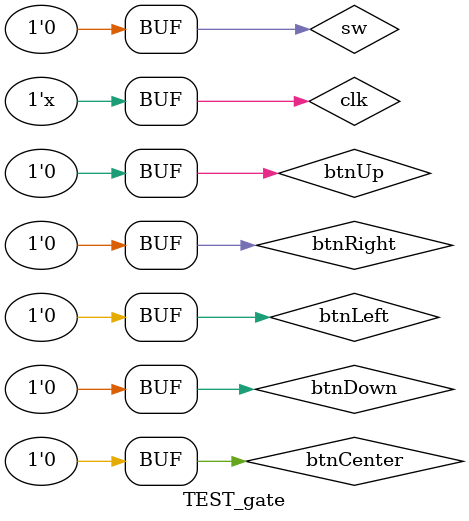
<source format=v>

  `timescale 1 ns / 1 ps

module TEST_gate;
			
	// Inputs in the module to be tested will be port mapped to register variables
reg clk;
reg btnUp;
reg btnDown;
reg btnRight;
reg btnLeft;
reg btnCenter;
reg sw;
wire [7:0] led;

// Instantiation of the design module to be verified by the testbench
// Use named portmapping to map inputs to regsiter variables and outputs to
// wires

main UUT (.clk(clk), .btnUp(btnUp), .btnDown(btnDown), .btnLeft(btnLeft), .btnRight(btnRight), .btnCenter(btnCenter), 
			.sw(sw), .led(led));


// IMPORTANT: Initialize all inputs. Otherwise the default value of register
// will be don't care (x).
initial
begin
	clk = 0;
	btnUp = 0;
	btnDown = 0;
	btnRight = 0;
	btnLeft = 0;
	btnCenter = 0;
	sw = 0;
	
	#15000000;
	btnUp = 1;
	#2039375;
	btnUp = 0;
	/*#15000000;
	btnDown = 1;
	#15000000;
	btnDown = 0;
	#15000000;
	guess_val = 0;
	#15000000;
	btnRight = 1;
	#15000000;
	btnRight = 0;
	#15000000;
	sw = 1;
	#15000000;
	sw = 0;*/
	
end

// Use an always block to generate all the test cases
always
	#5 clk=~clk;


endmodule

</source>
